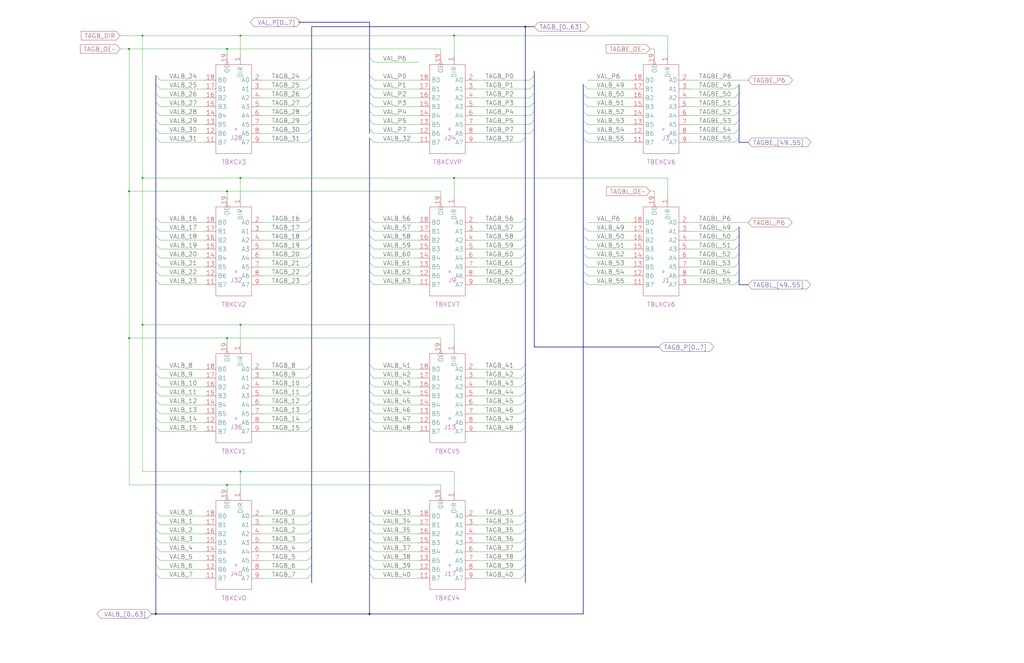
<source format=kicad_sch>
(kicad_sch (version 20220404) (generator eeschema)
  (paper "User" 584.2 378.46)
  (title_block (title "TAG B RAMS\\nTRANSCEIVERS") (date "08-MAR-90") (rev "0.0") (comment 1 "MEM32 BOARD") (comment 2 "232-003066") (comment 3 "S400") (comment 4 "RELEASED"))
  (lib_symbols
    (symbol "r1000:F245" (pin_names (offset 1.016))
      (property "Reference" "U" (at 2.54 5.08 0))
      (property "Value" "F245" (at -3.81 -7.62 0))
      (property "Location" "___" (at -1.27 0 0))
      (property "Name" "______" (at 3.81 -15.24 0))
      (symbol "F245_1_1"
        (rectangle (start -6.35 41.91) (end 13.97 -8.89))
        (circle (center 7.62 42.545) (radius 0.635))
        (pin input line (at 0 48.26 270) (length 6.35) (name "DIR") (number "1"))
        (pin bidirectional line (at 20.32 -2.54 180) (length 6.35) (name "B7") (number "11"))
        (pin bidirectional line (at 20.32 2.54 180) (length 6.35) (name "B6") (number "12"))
        (pin bidirectional line (at 20.32 7.62 180) (length 6.35) (name "B5") (number "13"))
        (pin bidirectional line (at 20.32 12.7 180) (length 6.35) (name "B4") (number "14"))
        (pin bidirectional line (at 20.32 17.78 180) (length 6.35) (name "B3") (number "15"))
        (pin bidirectional line (at 20.32 22.86 180) (length 6.35) (name "B2") (number "16"))
        (pin bidirectional line (at 20.32 27.94 180) (length 6.35) (name "B1") (number "17"))
        (pin bidirectional line (at 20.32 33.02 180) (length 6.35) (name "B0") (number "18"))
        (pin input line (at 7.62 48.26 270) (length 5.08) (name "OE") (number "19"))
        (pin bidirectional line (at -12.7 33.02 0) (length 6.35) (name "A0") (number "2"))
        (pin bidirectional line (at -12.7 27.94 0) (length 6.35) (name "A1") (number "3"))
        (pin bidirectional line (at -12.7 22.86 0) (length 6.35) (name "A2") (number "4"))
        (pin bidirectional line (at -12.7 17.78 0) (length 6.35) (name "A3") (number "5"))
        (pin bidirectional line (at -12.7 12.7 0) (length 6.35) (name "A4") (number "6"))
        (pin bidirectional line (at -12.7 7.62 0) (length 6.35) (name "A5") (number "7"))
        (pin bidirectional line (at -12.7 2.54 0) (length 6.35) (name "A6") (number "8"))
        (pin bidirectional line (at -12.7 -2.54 0) (length 6.35) (name "A7") (number "9"))
      )
    )
  )
  (junction (at 299.72 15.24))
  (junction (at 137.16 269.24))
  (junction (at 81.28 101.6))
  (junction (at 129.54 109.22))
  (junction (at 73.66 27.94))
  (junction (at 88.9 350.52))
  (junction (at 259.08 101.6))
  (junction (at 129.54 193.04))
  (junction (at 210.82 350.52))
  (junction (at 129.54 276.86))
  (junction (at 137.16 20.32))
  (junction (at 73.66 109.22))
  (junction (at 81.28 185.42))
  (junction (at 137.16 185.42))
  (junction (at 81.28 20.32))
  (junction (at 137.16 101.6))
  (junction (at 129.54 27.94))
  (junction (at 259.08 20.32))
  (junction (at 73.66 193.04))
  (bus_entry (at 299.72 144.78) (size -2.54 2.54))
  (bus_entry (at 177.8 327.66) (size -2.54 2.54))
  (bus_entry (at 88.9 58.42) (size 2.54 2.54))
  (bus_entry (at 421.64 139.7) (size -2.54 2.54))
  (bus_entry (at 177.8 208.28) (size -2.54 2.54))
  (bus_entry (at 299.72 208.28) (size -2.54 2.54))
  (bus_entry (at 210.82 233.68) (size 2.54 2.54))
  (bus_entry (at 210.82 154.94) (size 2.54 2.54))
  (bus_entry (at 177.8 48.26) (size -2.54 2.54))
  (bus_entry (at 88.9 154.94) (size 2.54 2.54))
  (bus_entry (at 88.9 292.1) (size 2.54 2.54))
  (bus_entry (at 177.8 78.74) (size -2.54 2.54))
  (bus_entry (at 88.9 302.26) (size 2.54 2.54))
  (bus_entry (at 177.8 154.94) (size -2.54 2.54))
  (bus_entry (at 421.64 53.34) (size -2.54 2.54))
  (bus_entry (at 210.82 223.52) (size 2.54 2.54))
  (bus_entry (at 88.9 68.58) (size 2.54 2.54))
  (bus_entry (at 421.64 160.02) (size -2.54 2.54))
  (bus_entry (at 177.8 233.68) (size -2.54 2.54))
  (bus_entry (at 88.9 243.84) (size 2.54 2.54))
  (bus_entry (at 304.8 53.34) (size -2.54 2.54))
  (bus_entry (at 332.74 78.74) (size 2.54 2.54))
  (bus_entry (at 88.9 134.62) (size 2.54 2.54))
  (bus_entry (at 210.82 302.26) (size 2.54 2.54))
  (bus_entry (at 177.8 129.54) (size -2.54 2.54))
  (bus_entry (at 210.82 134.62) (size 2.54 2.54))
  (bus_entry (at 177.8 218.44) (size -2.54 2.54))
  (bus_entry (at 299.72 154.94) (size -2.54 2.54))
  (bus_entry (at 88.9 78.74) (size 2.54 2.54))
  (bus_entry (at 177.8 213.36) (size -2.54 2.54))
  (bus_entry (at 210.82 63.5) (size 2.54 2.54))
  (bus_entry (at 332.74 68.58) (size 2.54 2.54))
  (bus_entry (at 299.72 134.62) (size -2.54 2.54))
  (bus_entry (at 177.8 144.78) (size -2.54 2.54))
  (bus_entry (at 177.8 317.5) (size -2.54 2.54))
  (bus_entry (at 210.82 129.54) (size 2.54 2.54))
  (bus_entry (at 88.9 327.66) (size 2.54 2.54))
  (bus_entry (at 421.64 73.66) (size -2.54 2.54))
  (bus_entry (at 210.82 124.46) (size 2.54 2.54))
  (bus_entry (at 332.74 139.7) (size 2.54 2.54))
  (bus_entry (at 332.74 63.5) (size 2.54 2.54))
  (bus_entry (at 177.8 134.62) (size -2.54 2.54))
  (bus_entry (at 88.9 48.26) (size 2.54 2.54))
  (bus_entry (at 210.82 243.84) (size 2.54 2.54))
  (bus_entry (at 304.8 63.5) (size -2.54 2.54))
  (bus_entry (at 210.82 144.78) (size 2.54 2.54))
  (bus_entry (at 332.74 58.42) (size 2.54 2.54))
  (bus_entry (at 332.74 73.66) (size 2.54 2.54))
  (bus_entry (at 88.9 144.78) (size 2.54 2.54))
  (bus_entry (at 421.64 129.54) (size -2.54 2.54))
  (bus_entry (at 299.72 327.66) (size -2.54 2.54))
  (bus_entry (at 88.9 53.34) (size 2.54 2.54))
  (bus_entry (at 332.74 48.26) (size 2.54 2.54))
  (bus_entry (at 210.82 307.34) (size 2.54 2.54))
  (bus_entry (at 332.74 149.86) (size 2.54 2.54))
  (bus_entry (at 421.64 154.94) (size -2.54 2.54))
  (bus_entry (at 332.74 134.62) (size 2.54 2.54))
  (bus_entry (at 88.9 63.5) (size 2.54 2.54))
  (bus_entry (at 210.82 160.02) (size 2.54 2.54))
  (bus_entry (at 421.64 48.26) (size -2.54 2.54))
  (bus_entry (at 299.72 307.34) (size -2.54 2.54))
  (bus_entry (at 210.82 213.36) (size 2.54 2.54))
  (bus_entry (at 421.64 63.5) (size -2.54 2.54))
  (bus_entry (at 177.8 149.86) (size -2.54 2.54))
  (bus_entry (at 210.82 33.02) (size 2.54 2.54))
  (bus_entry (at 332.74 160.02) (size 2.54 2.54))
  (bus_entry (at 210.82 149.86) (size 2.54 2.54))
  (bus_entry (at 88.9 312.42) (size 2.54 2.54))
  (bus_entry (at 299.72 243.84) (size -2.54 2.54))
  (bus_entry (at 299.72 228.6) (size -2.54 2.54))
  (bus_entry (at 332.74 154.94) (size 2.54 2.54))
  (bus_entry (at 210.82 228.6) (size 2.54 2.54))
  (bus_entry (at 210.82 208.28) (size 2.54 2.54))
  (bus_entry (at 299.72 160.02) (size -2.54 2.54))
  (bus_entry (at 210.82 68.58) (size 2.54 2.54))
  (bus_entry (at 88.9 218.44) (size 2.54 2.54))
  (bus_entry (at 332.74 129.54) (size 2.54 2.54))
  (bus_entry (at 177.8 53.34) (size -2.54 2.54))
  (bus_entry (at 210.82 43.18) (size 2.54 2.54))
  (bus_entry (at 177.8 312.42) (size -2.54 2.54))
  (bus_entry (at 304.8 43.18) (size -2.54 2.54))
  (bus_entry (at 421.64 78.74) (size -2.54 2.54))
  (bus_entry (at 299.72 297.18) (size -2.54 2.54))
  (bus_entry (at 88.9 73.66) (size 2.54 2.54))
  (bus_entry (at 177.8 228.6) (size -2.54 2.54))
  (bus_entry (at 177.8 58.42) (size -2.54 2.54))
  (bus_entry (at 421.64 68.58) (size -2.54 2.54))
  (bus_entry (at 177.8 139.7) (size -2.54 2.54))
  (bus_entry (at 88.9 43.18) (size 2.54 2.54))
  (bus_entry (at 88.9 322.58) (size 2.54 2.54))
  (bus_entry (at 177.8 297.18) (size -2.54 2.54))
  (bus_entry (at 177.8 302.26) (size -2.54 2.54))
  (bus_entry (at 88.9 149.86) (size 2.54 2.54))
  (bus_entry (at 177.8 238.76) (size -2.54 2.54))
  (bus_entry (at 210.82 297.18) (size 2.54 2.54))
  (bus_entry (at 210.82 218.44) (size 2.54 2.54))
  (bus_entry (at 299.72 139.7) (size -2.54 2.54))
  (bus_entry (at 88.9 223.52) (size 2.54 2.54))
  (bus_entry (at 304.8 58.42) (size -2.54 2.54))
  (bus_entry (at 299.72 124.46) (size -2.54 2.54))
  (bus_entry (at 88.9 238.76) (size 2.54 2.54))
  (bus_entry (at 304.8 73.66) (size -2.54 2.54))
  (bus_entry (at 177.8 68.58) (size -2.54 2.54))
  (bus_entry (at 88.9 297.18) (size 2.54 2.54))
  (bus_entry (at 299.72 322.58) (size -2.54 2.54))
  (bus_entry (at 177.8 307.34) (size -2.54 2.54))
  (bus_entry (at 210.82 48.26) (size 2.54 2.54))
  (bus_entry (at 210.82 317.5) (size 2.54 2.54))
  (bus_entry (at 210.82 139.7) (size 2.54 2.54))
  (bus_entry (at 299.72 149.86) (size -2.54 2.54))
  (bus_entry (at 177.8 292.1) (size -2.54 2.54))
  (bus_entry (at 210.82 322.58) (size 2.54 2.54))
  (bus_entry (at 299.72 233.68) (size -2.54 2.54))
  (bus_entry (at 299.72 302.26) (size -2.54 2.54))
  (bus_entry (at 88.9 317.5) (size 2.54 2.54))
  (bus_entry (at 299.72 213.36) (size -2.54 2.54))
  (bus_entry (at 299.72 292.1) (size -2.54 2.54))
  (bus_entry (at 210.82 312.42) (size 2.54 2.54))
  (bus_entry (at 421.64 144.78) (size -2.54 2.54))
  (bus_entry (at 299.72 78.74) (size -2.54 2.54))
  (bus_entry (at 299.72 312.42) (size -2.54 2.54))
  (bus_entry (at 88.9 208.28) (size 2.54 2.54))
  (bus_entry (at 177.8 322.58) (size -2.54 2.54))
  (bus_entry (at 421.64 134.62) (size -2.54 2.54))
  (bus_entry (at 88.9 233.68) (size 2.54 2.54))
  (bus_entry (at 210.82 78.74) (size 2.54 2.54))
  (bus_entry (at 88.9 213.36) (size 2.54 2.54))
  (bus_entry (at 299.72 218.44) (size -2.54 2.54))
  (bus_entry (at 88.9 129.54) (size 2.54 2.54))
  (bus_entry (at 177.8 223.52) (size -2.54 2.54))
  (bus_entry (at 88.9 124.46) (size 2.54 2.54))
  (bus_entry (at 210.82 327.66) (size 2.54 2.54))
  (bus_entry (at 299.72 238.76) (size -2.54 2.54))
  (bus_entry (at 210.82 53.34) (size 2.54 2.54))
  (bus_entry (at 88.9 160.02) (size 2.54 2.54))
  (bus_entry (at 177.8 243.84) (size -2.54 2.54))
  (bus_entry (at 299.72 317.5) (size -2.54 2.54))
  (bus_entry (at 210.82 58.42) (size 2.54 2.54))
  (bus_entry (at 177.8 63.5) (size -2.54 2.54))
  (bus_entry (at 177.8 124.46) (size -2.54 2.54))
  (bus_entry (at 88.9 139.7) (size 2.54 2.54))
  (bus_entry (at 332.74 144.78) (size 2.54 2.54))
  (bus_entry (at 88.9 307.34) (size 2.54 2.54))
  (bus_entry (at 177.8 160.02) (size -2.54 2.54))
  (bus_entry (at 421.64 149.86) (size -2.54 2.54))
  (bus_entry (at 421.64 58.42) (size -2.54 2.54))
  (bus_entry (at 88.9 228.6) (size 2.54 2.54))
  (bus_entry (at 304.8 48.26) (size -2.54 2.54))
  (bus_entry (at 177.8 73.66) (size -2.54 2.54))
  (bus_entry (at 299.72 129.54) (size -2.54 2.54))
  (bus_entry (at 332.74 53.34) (size 2.54 2.54))
  (bus_entry (at 210.82 238.76) (size 2.54 2.54))
  (bus_entry (at 210.82 292.1) (size 2.54 2.54))
  (bus_entry (at 304.8 68.58) (size -2.54 2.54))
  (bus_entry (at 177.8 43.18) (size -2.54 2.54))
  (bus_entry (at 210.82 73.66) (size 2.54 2.54))
  (bus_entry (at 299.72 223.52) (size -2.54 2.54))
  (bus (pts (xy 177.8 228.6) (xy 177.8 233.68)))
  (wire (pts (xy 335.28 157.48) (xy 360.68 157.48)))
  (wire (pts (xy 370.84 27.94) (xy 373.38 27.94)))
  (wire (pts (xy 213.36 294.64) (xy 238.76 294.64)))
  (bus (pts (xy 88.9 213.36) (xy 88.9 218.44)))
  (bus (pts (xy 177.8 58.42) (xy 177.8 63.5)))
  (bus (pts (xy 177.8 327.66) (xy 177.8 332.74)))
  (wire (pts (xy 149.86 142.24) (xy 175.26 142.24)))
  (wire (pts (xy 335.28 60.96) (xy 360.68 60.96)))
  (bus (pts (xy 304.8 63.5) (xy 304.8 68.58)))
  (wire (pts (xy 91.44 50.8) (xy 116.84 50.8)))
  (bus (pts (xy 421.64 48.26) (xy 421.64 53.34)))
  (wire (pts (xy 213.36 60.96) (xy 238.76 60.96)))
  (bus (pts (xy 421.64 68.58) (xy 421.64 73.66)))
  (wire (pts (xy 149.86 45.72) (xy 175.26 45.72)))
  (wire (pts (xy 213.36 226.06) (xy 238.76 226.06)))
  (bus (pts (xy 210.82 58.42) (xy 210.82 63.5)))
  (wire (pts (xy 137.16 101.6) (xy 137.16 111.76)))
  (bus (pts (xy 210.82 154.94) (xy 210.82 160.02)))
  (bus (pts (xy 88.9 317.5) (xy 88.9 322.58)))
  (bus (pts (xy 88.9 58.42) (xy 88.9 63.5)))
  (bus (pts (xy 210.82 238.76) (xy 210.82 243.84)))
  (wire (pts (xy 81.28 185.42) (xy 137.16 185.42)))
  (wire (pts (xy 271.78 246.38) (xy 297.18 246.38)))
  (wire (pts (xy 91.44 55.88) (xy 116.84 55.88)))
  (bus (pts (xy 177.8 15.24) (xy 177.8 43.18)))
  (bus (pts (xy 177.8 129.54) (xy 177.8 134.62)))
  (wire (pts (xy 335.28 137.16) (xy 360.68 137.16)))
  (wire (pts (xy 370.84 109.22) (xy 373.38 109.22)))
  (bus (pts (xy 304.8 198.12) (xy 375.92 198.12)))
  (wire (pts (xy 271.78 55.88) (xy 302.26 55.88)))
  (wire (pts (xy 271.78 320.04) (xy 297.18 320.04)))
  (wire (pts (xy 271.78 314.96) (xy 297.18 314.96)))
  (wire (pts (xy 149.86 215.9) (xy 175.26 215.9)))
  (bus (pts (xy 210.82 233.68) (xy 210.82 238.76)))
  (bus (pts (xy 210.82 63.5) (xy 210.82 68.58)))
  (wire (pts (xy 393.7 81.28) (xy 419.1 81.28)))
  (wire (pts (xy 129.54 27.94) (xy 251.46 27.94)))
  (wire (pts (xy 129.54 193.04) (xy 251.46 193.04)))
  (wire (pts (xy 271.78 60.96) (xy 302.26 60.96)))
  (wire (pts (xy 271.78 50.8) (xy 302.26 50.8)))
  (wire (pts (xy 91.44 66.04) (xy 116.84 66.04)))
  (wire (pts (xy 259.08 20.32) (xy 259.08 30.48)))
  (wire (pts (xy 149.86 162.56) (xy 175.26 162.56)))
  (wire (pts (xy 129.54 109.22) (xy 129.54 111.76)))
  (wire (pts (xy 91.44 71.12) (xy 116.84 71.12)))
  (wire (pts (xy 393.7 142.24) (xy 419.1 142.24)))
  (wire (pts (xy 91.44 294.64) (xy 116.84 294.64)))
  (bus (pts (xy 88.9 48.26) (xy 88.9 53.34)))
  (bus (pts (xy 332.74 139.7) (xy 332.74 144.78)))
  (bus (pts (xy 210.82 68.58) (xy 210.82 73.66)))
  (wire (pts (xy 129.54 27.94) (xy 129.54 30.48)))
  (wire (pts (xy 271.78 127) (xy 297.18 127)))
  (bus (pts (xy 177.8 139.7) (xy 177.8 144.78)))
  (wire (pts (xy 393.7 55.88) (xy 419.1 55.88)))
  (wire (pts (xy 393.7 147.32) (xy 419.1 147.32)))
  (wire (pts (xy 137.16 269.24) (xy 259.08 269.24)))
  (bus (pts (xy 177.8 213.36) (xy 177.8 218.44)))
  (bus (pts (xy 210.82 223.52) (xy 210.82 228.6)))
  (wire (pts (xy 73.66 109.22) (xy 73.66 27.94)))
  (wire (pts (xy 91.44 147.32) (xy 116.84 147.32)))
  (bus (pts (xy 177.8 53.34) (xy 177.8 58.42)))
  (wire (pts (xy 213.36 304.8) (xy 238.76 304.8)))
  (wire (pts (xy 393.7 71.12) (xy 419.1 71.12)))
  (bus (pts (xy 88.9 243.84) (xy 88.9 292.1)))
  (wire (pts (xy 149.86 60.96) (xy 175.26 60.96)))
  (wire (pts (xy 149.86 71.12) (xy 175.26 71.12)))
  (wire (pts (xy 251.46 193.04) (xy 251.46 195.58)))
  (wire (pts (xy 393.7 45.72) (xy 426.72 45.72)))
  (wire (pts (xy 213.36 231.14) (xy 238.76 231.14)))
  (bus (pts (xy 210.82 12.7) (xy 210.82 33.02)))
  (bus (pts (xy 299.72 15.24) (xy 299.72 78.74)))
  (bus (pts (xy 332.74 160.02) (xy 332.74 350.52)))
  (bus (pts (xy 304.8 53.34) (xy 304.8 58.42)))
  (bus (pts (xy 210.82 307.34) (xy 210.82 312.42)))
  (wire (pts (xy 91.44 241.3) (xy 116.84 241.3)))
  (bus (pts (xy 210.82 208.28) (xy 210.82 213.36)))
  (wire (pts (xy 149.86 246.38) (xy 175.26 246.38)))
  (bus (pts (xy 332.74 58.42) (xy 332.74 63.5)))
  (bus (pts (xy 88.9 149.86) (xy 88.9 154.94)))
  (bus (pts (xy 177.8 144.78) (xy 177.8 149.86)))
  (bus (pts (xy 421.64 63.5) (xy 421.64 68.58)))
  (wire (pts (xy 271.78 162.56) (xy 297.18 162.56)))
  (bus (pts (xy 304.8 43.18) (xy 304.8 48.26)))
  (bus (pts (xy 177.8 302.26) (xy 177.8 307.34)))
  (wire (pts (xy 149.86 127) (xy 175.26 127)))
  (bus (pts (xy 304.8 40.64) (xy 304.8 43.18)))
  (bus (pts (xy 88.9 73.66) (xy 88.9 78.74)))
  (wire (pts (xy 137.16 20.32) (xy 137.16 30.48)))
  (bus (pts (xy 88.9 63.5) (xy 88.9 68.58)))
  (wire (pts (xy 149.86 320.04) (xy 175.26 320.04)))
  (wire (pts (xy 91.44 215.9) (xy 116.84 215.9)))
  (bus (pts (xy 210.82 53.34) (xy 210.82 58.42)))
  (wire (pts (xy 137.16 185.42) (xy 259.08 185.42)))
  (bus (pts (xy 177.8 223.52) (xy 177.8 228.6)))
  (bus (pts (xy 421.64 149.86) (xy 421.64 154.94)))
  (bus (pts (xy 88.9 208.28) (xy 88.9 213.36)))
  (wire (pts (xy 73.66 193.04) (xy 129.54 193.04)))
  (wire (pts (xy 271.78 309.88) (xy 297.18 309.88)))
  (bus (pts (xy 421.64 144.78) (xy 421.64 149.86)))
  (wire (pts (xy 91.44 45.72) (xy 116.84 45.72)))
  (wire (pts (xy 335.28 142.24) (xy 360.68 142.24)))
  (wire (pts (xy 213.36 127) (xy 238.76 127)))
  (bus (pts (xy 299.72 160.02) (xy 299.72 208.28)))
  (wire (pts (xy 149.86 137.16) (xy 175.26 137.16)))
  (wire (pts (xy 149.86 309.88) (xy 175.26 309.88)))
  (bus (pts (xy 210.82 292.1) (xy 210.82 297.18)))
  (wire (pts (xy 137.16 101.6) (xy 81.28 101.6)))
  (wire (pts (xy 213.36 320.04) (xy 238.76 320.04)))
  (wire (pts (xy 91.44 60.96) (xy 116.84 60.96)))
  (bus (pts (xy 177.8 317.5) (xy 177.8 322.58)))
  (wire (pts (xy 213.36 45.72) (xy 238.76 45.72)))
  (bus (pts (xy 421.64 129.54) (xy 421.64 134.62)))
  (bus (pts (xy 299.72 322.58) (xy 299.72 327.66)))
  (wire (pts (xy 213.36 81.28) (xy 238.76 81.28)))
  (wire (pts (xy 393.7 66.04) (xy 419.1 66.04)))
  (bus (pts (xy 210.82 322.58) (xy 210.82 327.66)))
  (bus (pts (xy 421.64 58.42) (xy 421.64 63.5)))
  (wire (pts (xy 271.78 142.24) (xy 297.18 142.24)))
  (bus (pts (xy 332.74 78.74) (xy 332.74 129.54)))
  (wire (pts (xy 213.36 236.22) (xy 238.76 236.22)))
  (bus (pts (xy 299.72 218.44) (xy 299.72 223.52)))
  (wire (pts (xy 251.46 109.22) (xy 251.46 111.76)))
  (bus (pts (xy 299.72 243.84) (xy 299.72 292.1)))
  (bus (pts (xy 88.9 144.78) (xy 88.9 149.86)))
  (wire (pts (xy 271.78 132.08) (xy 297.18 132.08)))
  (bus (pts (xy 88.9 297.18) (xy 88.9 302.26)))
  (wire (pts (xy 91.44 246.38) (xy 116.84 246.38)))
  (wire (pts (xy 213.36 152.4) (xy 238.76 152.4)))
  (bus (pts (xy 299.72 327.66) (xy 299.72 332.74)))
  (bus (pts (xy 421.64 162.56) (xy 426.72 162.56)))
  (bus (pts (xy 88.9 302.26) (xy 88.9 307.34)))
  (bus (pts (xy 210.82 327.66) (xy 210.82 350.52)))
  (bus (pts (xy 332.74 154.94) (xy 332.74 160.02)))
  (bus (pts (xy 299.72 292.1) (xy 299.72 297.18)))
  (bus (pts (xy 421.64 154.94) (xy 421.64 160.02)))
  (bus (pts (xy 177.8 154.94) (xy 177.8 160.02)))
  (wire (pts (xy 335.28 45.72) (xy 360.68 45.72)))
  (wire (pts (xy 91.44 210.82) (xy 116.84 210.82)))
  (wire (pts (xy 129.54 109.22) (xy 251.46 109.22)))
  (wire (pts (xy 393.7 157.48) (xy 419.1 157.48)))
  (wire (pts (xy 91.44 157.48) (xy 116.84 157.48)))
  (wire (pts (xy 149.86 81.28) (xy 175.26 81.28)))
  (bus (pts (xy 88.9 78.74) (xy 88.9 124.46)))
  (bus (pts (xy 299.72 317.5) (xy 299.72 322.58)))
  (wire (pts (xy 393.7 137.16) (xy 419.1 137.16)))
  (wire (pts (xy 91.44 226.06) (xy 116.84 226.06)))
  (bus (pts (xy 88.9 53.34) (xy 88.9 58.42)))
  (wire (pts (xy 149.86 210.82) (xy 175.26 210.82)))
  (wire (pts (xy 259.08 185.42) (xy 259.08 195.58)))
  (wire (pts (xy 213.36 137.16) (xy 238.76 137.16)))
  (bus (pts (xy 421.64 78.74) (xy 421.64 81.28)))
  (wire (pts (xy 271.78 294.64) (xy 297.18 294.64)))
  (bus (pts (xy 88.9 327.66) (xy 88.9 350.52)))
  (bus (pts (xy 299.72 228.6) (xy 299.72 233.68)))
  (bus (pts (xy 88.9 43.18) (xy 88.9 48.26)))
  (bus (pts (xy 210.82 218.44) (xy 210.82 223.52)))
  (bus (pts (xy 210.82 312.42) (xy 210.82 317.5)))
  (wire (pts (xy 149.86 236.22) (xy 175.26 236.22)))
  (wire (pts (xy 91.44 309.88) (xy 116.84 309.88)))
  (wire (pts (xy 149.86 226.06) (xy 175.26 226.06)))
  (wire (pts (xy 213.36 35.56) (xy 238.76 35.56)))
  (wire (pts (xy 149.86 147.32) (xy 175.26 147.32)))
  (wire (pts (xy 149.86 220.98) (xy 175.26 220.98)))
  (wire (pts (xy 259.08 20.32) (xy 381 20.32)))
  (wire (pts (xy 271.78 299.72) (xy 297.18 299.72)))
  (bus (pts (xy 332.74 134.62) (xy 332.74 139.7)))
  (wire (pts (xy 213.36 309.88) (xy 238.76 309.88)))
  (wire (pts (xy 213.36 314.96) (xy 238.76 314.96)))
  (bus (pts (xy 299.72 223.52) (xy 299.72 228.6)))
  (bus (pts (xy 210.82 228.6) (xy 210.82 233.68)))
  (wire (pts (xy 335.28 127) (xy 360.68 127)))
  (wire (pts (xy 73.66 193.04) (xy 73.66 109.22)))
  (wire (pts (xy 271.78 215.9) (xy 297.18 215.9)))
  (wire (pts (xy 213.36 132.08) (xy 238.76 132.08)))
  (wire (pts (xy 68.58 27.94) (xy 73.66 27.94)))
  (bus (pts (xy 299.72 149.86) (xy 299.72 154.94)))
  (bus (pts (xy 210.82 139.7) (xy 210.82 144.78)))
  (bus (pts (xy 177.8 218.44) (xy 177.8 223.52)))
  (wire (pts (xy 271.78 325.12) (xy 297.18 325.12)))
  (bus (pts (xy 210.82 297.18) (xy 210.82 302.26)))
  (wire (pts (xy 335.28 81.28) (xy 360.68 81.28)))
  (bus (pts (xy 177.8 307.34) (xy 177.8 312.42)))
  (wire (pts (xy 91.44 220.98) (xy 116.84 220.98)))
  (wire (pts (xy 81.28 101.6) (xy 81.28 185.42)))
  (wire (pts (xy 393.7 132.08) (xy 419.1 132.08)))
  (wire (pts (xy 149.86 231.14) (xy 175.26 231.14)))
  (wire (pts (xy 213.36 50.8) (xy 238.76 50.8)))
  (bus (pts (xy 332.74 129.54) (xy 332.74 134.62)))
  (wire (pts (xy 91.44 137.16) (xy 116.84 137.16)))
  (bus (pts (xy 299.72 233.68) (xy 299.72 238.76)))
  (wire (pts (xy 91.44 325.12) (xy 116.84 325.12)))
  (bus (pts (xy 421.64 160.02) (xy 421.64 162.56)))
  (bus (pts (xy 177.8 208.28) (xy 177.8 213.36)))
  (bus (pts (xy 421.64 73.66) (xy 421.64 78.74)))
  (bus (pts (xy 332.74 48.26) (xy 332.74 53.34)))
  (bus (pts (xy 88.9 223.52) (xy 88.9 228.6)))
  (wire (pts (xy 91.44 330.2) (xy 116.84 330.2)))
  (wire (pts (xy 335.28 50.8) (xy 360.68 50.8)))
  (wire (pts (xy 213.36 330.2) (xy 238.76 330.2)))
  (wire (pts (xy 381 20.32) (xy 381 30.48)))
  (wire (pts (xy 373.38 109.22) (xy 373.38 111.76)))
  (bus (pts (xy 88.9 312.42) (xy 88.9 317.5)))
  (wire (pts (xy 393.7 60.96) (xy 419.1 60.96)))
  (bus (pts (xy 177.8 292.1) (xy 177.8 297.18)))
  (wire (pts (xy 381 101.6) (xy 381 111.76)))
  (wire (pts (xy 251.46 276.86) (xy 129.54 276.86)))
  (wire (pts (xy 393.7 76.2) (xy 419.1 76.2)))
  (wire (pts (xy 91.44 231.14) (xy 116.84 231.14)))
  (wire (pts (xy 251.46 27.94) (xy 251.46 30.48)))
  (wire (pts (xy 271.78 66.04) (xy 302.26 66.04)))
  (bus (pts (xy 210.82 33.02) (xy 210.82 43.18)))
  (bus (pts (xy 177.8 63.5) (xy 177.8 68.58)))
  (wire (pts (xy 91.44 127) (xy 116.84 127)))
  (wire (pts (xy 149.86 241.3) (xy 175.26 241.3)))
  (bus (pts (xy 177.8 15.24) (xy 299.72 15.24)))
  (wire (pts (xy 335.28 152.4) (xy 360.68 152.4)))
  (wire (pts (xy 271.78 137.16) (xy 297.18 137.16)))
  (bus (pts (xy 299.72 154.94) (xy 299.72 160.02)))
  (bus (pts (xy 299.72 312.42) (xy 299.72 317.5)))
  (wire (pts (xy 271.78 157.48) (xy 297.18 157.48)))
  (wire (pts (xy 335.28 132.08) (xy 360.68 132.08)))
  (bus (pts (xy 210.82 124.46) (xy 210.82 129.54)))
  (bus (pts (xy 86.36 350.52) (xy 88.9 350.52)))
  (bus (pts (xy 304.8 58.42) (xy 304.8 63.5)))
  (bus (pts (xy 332.74 53.34) (xy 332.74 58.42)))
  (bus (pts (xy 177.8 243.84) (xy 177.8 292.1)))
  (wire (pts (xy 271.78 81.28) (xy 297.18 81.28)))
  (bus (pts (xy 304.8 48.26) (xy 304.8 53.34)))
  (wire (pts (xy 91.44 236.22) (xy 116.84 236.22)))
  (bus (pts (xy 210.82 134.62) (xy 210.82 139.7)))
  (wire (pts (xy 373.38 27.94) (xy 373.38 30.48)))
  (bus (pts (xy 88.9 307.34) (xy 88.9 312.42)))
  (bus (pts (xy 299.72 302.26) (xy 299.72 307.34)))
  (wire (pts (xy 213.36 142.24) (xy 238.76 142.24)))
  (bus (pts (xy 88.9 160.02) (xy 88.9 208.28)))
  (wire (pts (xy 271.78 241.3) (xy 297.18 241.3)))
  (bus (pts (xy 177.8 73.66) (xy 177.8 78.74)))
  (bus (pts (xy 332.74 149.86) (xy 332.74 154.94)))
  (wire (pts (xy 137.16 20.32) (xy 81.28 20.32)))
  (wire (pts (xy 129.54 276.86) (xy 129.54 279.4)))
  (wire (pts (xy 149.86 299.72) (xy 175.26 299.72)))
  (wire (pts (xy 251.46 276.86) (xy 251.46 279.4)))
  (wire (pts (xy 91.44 142.24) (xy 116.84 142.24)))
  (bus (pts (xy 177.8 134.62) (xy 177.8 139.7)))
  (wire (pts (xy 137.16 269.24) (xy 137.16 279.4)))
  (bus (pts (xy 210.82 78.74) (xy 210.82 124.46)))
  (bus (pts (xy 332.74 63.5) (xy 332.74 68.58)))
  (bus (pts (xy 88.9 233.68) (xy 88.9 238.76)))
  (bus (pts (xy 88.9 322.58) (xy 88.9 327.66)))
  (wire (pts (xy 335.28 162.56) (xy 360.68 162.56)))
  (wire (pts (xy 149.86 66.04) (xy 175.26 66.04)))
  (wire (pts (xy 149.86 152.4) (xy 175.26 152.4)))
  (wire (pts (xy 213.36 299.72) (xy 238.76 299.72)))
  (bus (pts (xy 88.9 292.1) (xy 88.9 297.18)))
  (bus (pts (xy 177.8 238.76) (xy 177.8 243.84)))
  (bus (pts (xy 177.8 160.02) (xy 177.8 208.28)))
  (wire (pts (xy 213.36 246.38) (xy 238.76 246.38)))
  (bus (pts (xy 210.82 243.84) (xy 210.82 292.1)))
  (wire (pts (xy 149.86 294.64) (xy 175.26 294.64)))
  (bus (pts (xy 421.64 81.28) (xy 426.72 81.28)))
  (wire (pts (xy 91.44 304.8) (xy 116.84 304.8)))
  (bus (pts (xy 88.9 228.6) (xy 88.9 233.68)))
  (wire (pts (xy 137.16 185.42) (xy 137.16 195.58)))
  (bus (pts (xy 88.9 238.76) (xy 88.9 243.84)))
  (wire (pts (xy 73.66 109.22) (xy 129.54 109.22)))
  (wire (pts (xy 91.44 314.96) (xy 116.84 314.96)))
  (wire (pts (xy 271.78 152.4) (xy 297.18 152.4)))
  (wire (pts (xy 91.44 132.08) (xy 116.84 132.08)))
  (wire (pts (xy 213.36 55.88) (xy 238.76 55.88)))
  (wire (pts (xy 213.36 325.12) (xy 238.76 325.12)))
  (bus (pts (xy 299.72 139.7) (xy 299.72 144.78)))
  (bus (pts (xy 299.72 307.34) (xy 299.72 312.42)))
  (wire (pts (xy 68.58 20.32) (xy 81.28 20.32)))
  (bus (pts (xy 88.9 154.94) (xy 88.9 160.02)))
  (wire (pts (xy 91.44 320.04) (xy 116.84 320.04)))
  (wire (pts (xy 213.36 71.12) (xy 238.76 71.12)))
  (bus (pts (xy 210.82 43.18) (xy 210.82 48.26)))
  (bus (pts (xy 332.74 350.52) (xy 210.82 350.52)))
  (wire (pts (xy 91.44 162.56) (xy 116.84 162.56)))
  (wire (pts (xy 213.36 241.3) (xy 238.76 241.3)))
  (wire (pts (xy 271.78 71.12) (xy 302.26 71.12)))
  (bus (pts (xy 299.72 144.78) (xy 299.72 149.86)))
  (bus (pts (xy 177.8 297.18) (xy 177.8 302.26)))
  (wire (pts (xy 81.28 185.42) (xy 81.28 269.24)))
  (wire (pts (xy 91.44 81.28) (xy 116.84 81.28)))
  (bus (pts (xy 299.72 124.46) (xy 299.72 129.54)))
  (wire (pts (xy 213.36 220.98) (xy 238.76 220.98)))
  (bus (pts (xy 332.74 68.58) (xy 332.74 73.66)))
  (bus (pts (xy 177.8 233.68) (xy 177.8 238.76)))
  (bus (pts (xy 299.72 15.24) (xy 304.8 15.24)))
  (bus (pts (xy 421.64 139.7) (xy 421.64 144.78)))
  (wire (pts (xy 213.36 147.32) (xy 238.76 147.32)))
  (bus (pts (xy 304.8 68.58) (xy 304.8 73.66)))
  (wire (pts (xy 259.08 101.6) (xy 259.08 111.76)))
  (bus (pts (xy 299.72 213.36) (xy 299.72 218.44)))
  (wire (pts (xy 73.66 27.94) (xy 129.54 27.94)))
  (wire (pts (xy 271.78 330.2) (xy 297.18 330.2)))
  (wire (pts (xy 393.7 162.56) (xy 419.1 162.56)))
  (wire (pts (xy 259.08 101.6) (xy 137.16 101.6)))
  (bus (pts (xy 177.8 124.46) (xy 177.8 129.54)))
  (wire (pts (xy 149.86 50.8) (xy 175.26 50.8)))
  (wire (pts (xy 271.78 147.32) (xy 297.18 147.32)))
  (wire (pts (xy 213.36 162.56) (xy 238.76 162.56)))
  (wire (pts (xy 149.86 325.12) (xy 175.26 325.12)))
  (bus (pts (xy 299.72 208.28) (xy 299.72 213.36)))
  (wire (pts (xy 81.28 20.32) (xy 81.28 101.6)))
  (wire (pts (xy 149.86 330.2) (xy 175.26 330.2)))
  (bus (pts (xy 299.72 297.18) (xy 299.72 302.26)))
  (bus (pts (xy 177.8 78.74) (xy 177.8 124.46)))
  (bus (pts (xy 177.8 149.86) (xy 177.8 154.94)))
  (bus (pts (xy 88.9 129.54) (xy 88.9 134.62)))
  (bus (pts (xy 177.8 312.42) (xy 177.8 317.5)))
  (wire (pts (xy 259.08 20.32) (xy 137.16 20.32)))
  (bus (pts (xy 88.9 139.7) (xy 88.9 144.78)))
  (bus (pts (xy 210.82 160.02) (xy 210.82 208.28)))
  (bus (pts (xy 88.9 134.62) (xy 88.9 139.7)))
  (wire (pts (xy 149.86 314.96) (xy 175.26 314.96)))
  (bus (pts (xy 421.64 134.62) (xy 421.64 139.7)))
  (wire (pts (xy 271.78 236.22) (xy 297.18 236.22)))
  (wire (pts (xy 393.7 50.8) (xy 419.1 50.8)))
  (bus (pts (xy 299.72 129.54) (xy 299.72 134.62)))
  (wire (pts (xy 91.44 76.2) (xy 116.84 76.2)))
  (bus (pts (xy 210.82 73.66) (xy 210.82 76.2)))
  (bus (pts (xy 88.9 124.46) (xy 88.9 129.54)))
  (bus (pts (xy 299.72 238.76) (xy 299.72 243.84)))
  (wire (pts (xy 149.86 157.48) (xy 175.26 157.48)))
  (bus (pts (xy 210.82 213.36) (xy 210.82 218.44)))
  (wire (pts (xy 81.28 269.24) (xy 137.16 269.24)))
  (bus (pts (xy 210.82 48.26) (xy 210.82 53.34)))
  (wire (pts (xy 213.36 210.82) (xy 238.76 210.82)))
  (bus (pts (xy 210.82 302.26) (xy 210.82 307.34)))
  (wire (pts (xy 393.7 127) (xy 426.72 127)))
  (wire (pts (xy 335.28 66.04) (xy 360.68 66.04)))
  (bus (pts (xy 299.72 134.62) (xy 299.72 139.7)))
  (wire (pts (xy 335.28 147.32) (xy 360.68 147.32)))
  (wire (pts (xy 91.44 152.4) (xy 116.84 152.4)))
  (bus (pts (xy 88.9 350.52) (xy 210.82 350.52)))
  (wire (pts (xy 129.54 193.04) (xy 129.54 195.58)))
  (wire (pts (xy 91.44 299.72) (xy 116.84 299.72)))
  (bus (pts (xy 88.9 218.44) (xy 88.9 223.52)))
  (wire (pts (xy 271.78 76.2) (xy 302.26 76.2)))
  (bus (pts (xy 170.18 12.7) (xy 210.82 12.7)))
  (wire (pts (xy 271.78 220.98) (xy 297.18 220.98)))
  (bus (pts (xy 177.8 48.26) (xy 177.8 53.34)))
  (bus (pts (xy 421.64 53.34) (xy 421.64 58.42)))
  (bus (pts (xy 210.82 144.78) (xy 210.82 149.86)))
  (bus (pts (xy 299.72 78.74) (xy 299.72 124.46)))
  (bus (pts (xy 304.8 73.66) (xy 304.8 198.12)))
  (bus (pts (xy 210.82 149.86) (xy 210.82 154.94)))
  (wire (pts (xy 271.78 304.8) (xy 297.18 304.8)))
  (bus (pts (xy 210.82 317.5) (xy 210.82 322.58)))
  (wire (pts (xy 271.78 210.82) (xy 297.18 210.82)))
  (wire (pts (xy 213.36 157.48) (xy 238.76 157.48)))
  (bus (pts (xy 177.8 68.58) (xy 177.8 73.66)))
  (bus (pts (xy 210.82 129.54) (xy 210.82 134.62)))
  (wire (pts (xy 393.7 152.4) (xy 419.1 152.4)))
  (wire (pts (xy 381 101.6) (xy 259.08 101.6)))
  (bus (pts (xy 332.74 144.78) (xy 332.74 149.86)))
  (wire (pts (xy 271.78 231.14) (xy 297.18 231.14)))
  (wire (pts (xy 335.28 55.88) (xy 360.68 55.88)))
  (wire (pts (xy 149.86 132.08) (xy 175.26 132.08)))
  (wire (pts (xy 335.28 76.2) (xy 360.68 76.2)))
  (wire (pts (xy 271.78 45.72) (xy 302.26 45.72)))
  (wire (pts (xy 213.36 215.9) (xy 238.76 215.9)))
  (wire (pts (xy 149.86 55.88) (xy 175.26 55.88)))
  (wire (pts (xy 259.08 269.24) (xy 259.08 279.4)))
  (wire (pts (xy 73.66 276.86) (xy 73.66 193.04)))
  (bus (pts (xy 332.74 73.66) (xy 332.74 78.74)))
  (wire (pts (xy 149.86 76.2) (xy 175.26 76.2)))
  (wire (pts (xy 271.78 226.06) (xy 297.18 226.06)))
  (wire (pts (xy 335.28 71.12) (xy 360.68 71.12)))
  (bus (pts (xy 177.8 322.58) (xy 177.8 327.66)))
  (wire (pts (xy 149.86 304.8) (xy 175.26 304.8)))
  (bus (pts (xy 88.9 68.58) (xy 88.9 73.66)))
  (wire (pts (xy 213.36 76.2) (xy 238.76 76.2)))
  (bus (pts (xy 177.8 43.18) (xy 177.8 48.26)))
  (wire (pts (xy 129.54 276.86) (xy 73.66 276.86)))
  (wire (pts (xy 213.36 66.04) (xy 238.76 66.04)))
  (label "VALB_31" (at 96.52 81.28 0) (effects (font (size 2.54 2.54))))
  (label "TAGB_22" (at 154.94 157.48 0) (effects (font (size 2.54 2.54))))
  (label "VALB_27" (at 96.52 60.96 0) (effects (font (size 2.54 2.54))))
  (label "VAL_P1" (at 218.44 50.8 0) (effects (font (size 2.54 2.54))))
  (label "VALB_17" (at 96.52 132.08 0) (effects (font (size 2.54 2.54))))
  (label "VALB_60" (at 218.44 147.32 0) (effects (font (size 2.54 2.54))))
  (label "TAGB_P5" (at 276.86 71.12 0) (effects (font (size 2.54 2.54))))
  (label "VALB_48" (at 218.44 246.38 0) (effects (font (size 2.54 2.54))))
  (label "VALB_42" (at 218.44 215.9 0) (effects (font (size 2.54 2.54))))
  (label "VALB_15" (at 96.52 246.38 0) (effects (font (size 2.54 2.54))))
  (label "TAGB_45" (at 276.86 231.14 0) (effects (font (size 2.54 2.54))))
  (label "TAGB_30" (at 154.94 76.2 0) (effects (font (size 2.54 2.54))))
  (label "TAGB_19" (at 154.94 142.24 0) (effects (font (size 2.54 2.54))))
  (label "VALB_58" (at 218.44 137.16 0) (effects (font (size 2.54 2.54))))
  (label "TAGB_6" (at 154.94 325.12 0) (effects (font (size 2.54 2.54))))
  (label "TAGB_62" (at 276.86 157.48 0) (effects (font (size 2.54 2.54))))
  (label "TAGBE_52" (at 398.78 66.04 0) (effects (font (size 2.54 2.54))))
  (label "TAGB_2" (at 154.94 304.8 0) (effects (font (size 2.54 2.54))))
  (label "TAGB_58" (at 276.86 137.16 0) (effects (font (size 2.54 2.54))))
  (label "TAGB_34" (at 276.86 299.72 0) (effects (font (size 2.54 2.54))))
  (label "VALB_16" (at 96.52 127 0) (effects (font (size 2.54 2.54))))
  (label "VAL_P2" (at 218.44 55.88 0) (effects (font (size 2.54 2.54))))
  (label "VALB_50" (at 340.36 55.88 0) (effects (font (size 2.54 2.54))))
  (label "VALB_8" (at 96.52 210.82 0) (effects (font (size 2.54 2.54))))
  (label "VALB_55" (at 340.36 162.56 0) (effects (font (size 2.54 2.54))))
  (label "VALB_2" (at 96.52 304.8 0) (effects (font (size 2.54 2.54))))
  (label "TAGBE_55" (at 398.78 81.28 0) (effects (font (size 2.54 2.54))))
  (label "VALB_53" (at 340.36 71.12 0) (effects (font (size 2.54 2.54))))
  (label "VALB_29" (at 96.52 71.12 0) (effects (font (size 2.54 2.54))))
  (label "VALB_0" (at 96.52 294.64 0) (effects (font (size 2.54 2.54))))
  (label "VALB_39" (at 218.44 325.12 0) (effects (font (size 2.54 2.54))))
  (label "VALB_54" (at 340.36 157.48 0) (effects (font (size 2.54 2.54))))
  (label "VALB_30" (at 96.52 76.2 0) (effects (font (size 2.54 2.54))))
  (label "VALB_63" (at 218.44 162.56 0) (effects (font (size 2.54 2.54))))
  (label "VALB_10" (at 96.52 220.98 0) (effects (font (size 2.54 2.54))))
  (label "TAGB_43" (at 276.86 220.98 0) (effects (font (size 2.54 2.54))))
  (label "TAGB_18" (at 154.94 137.16 0) (effects (font (size 2.54 2.54))))
  (label "TAGB_57" (at 276.86 132.08 0) (effects (font (size 2.54 2.54))))
  (label "VAL_P5" (at 218.44 71.12 0) (effects (font (size 2.54 2.54))))
  (label "VALB_49" (at 340.36 132.08 0) (effects (font (size 2.54 2.54))))
  (label "VALB_53" (at 340.36 152.4 0) (effects (font (size 2.54 2.54))))
  (label "VALB_43" (at 218.44 220.98 0) (effects (font (size 2.54 2.54))))
  (label "TAGBL_55" (at 398.78 162.56 0) (effects (font (size 2.54 2.54))))
  (label "TAGB_P3" (at 276.86 60.96 0) (effects (font (size 2.54 2.54))))
  (label "VALB_52" (at 340.36 147.32 0) (effects (font (size 2.54 2.54))))
  (label "TAGB_5" (at 154.94 320.04 0) (effects (font (size 2.54 2.54))))
  (label "TAGB_14" (at 154.94 241.3 0) (effects (font (size 2.54 2.54))))
  (label "TAGBE_49" (at 398.78 50.8 0) (effects (font (size 2.54 2.54))))
  (label "VALB_3" (at 96.52 309.88 0) (effects (font (size 2.54 2.54))))
  (label "VALB_6" (at 96.52 325.12 0) (effects (font (size 2.54 2.54))))
  (label "VALB_33" (at 218.44 294.64 0) (effects (font (size 2.54 2.54))))
  (label "VALB_55" (at 340.36 81.28 0) (effects (font (size 2.54 2.54))))
  (label "VALB_49" (at 340.36 50.8 0) (effects (font (size 2.54 2.54))))
  (label "VAL_P3" (at 218.44 60.96 0) (effects (font (size 2.54 2.54))))
  (label "VALB_32" (at 218.44 81.28 0) (effects (font (size 2.54 2.54))))
  (label "TAGBL_P6" (at 398.78 127 0) (effects (font (size 2.54 2.54))))
  (label "TAGB_39" (at 276.86 325.12 0) (effects (font (size 2.54 2.54))))
  (label "TAGB_P1" (at 276.86 50.8 0) (effects (font (size 2.54 2.54))))
  (label "TAGB_61" (at 276.86 152.4 0) (effects (font (size 2.54 2.54))))
  (label "TAGB_17" (at 154.94 132.08 0) (effects (font (size 2.54 2.54))))
  (label "TAGB_12" (at 154.94 231.14 0) (effects (font (size 2.54 2.54))))
  (label "TAGB_P0" (at 276.86 45.72 0) (effects (font (size 2.54 2.54))))
  (label "VALB_38" (at 218.44 320.04 0) (effects (font (size 2.54 2.54))))
  (label "TAGB_P4" (at 276.86 66.04 0) (effects (font (size 2.54 2.54))))
  (label "VALB_36" (at 218.44 309.88 0) (effects (font (size 2.54 2.54))))
  (label "VALB_62" (at 218.44 157.48 0) (effects (font (size 2.54 2.54))))
  (label "VALB_4" (at 96.52 314.96 0) (effects (font (size 2.54 2.54))))
  (label "VALB_20" (at 96.52 147.32 0) (effects (font (size 2.54 2.54))))
  (label "TAGB_23" (at 154.94 162.56 0) (effects (font (size 2.54 2.54))))
  (label "TAGB_21" (at 154.94 152.4 0) (effects (font (size 2.54 2.54))))
  (label "TAGB_7" (at 154.94 330.2 0) (effects (font (size 2.54 2.54))))
  (label "TAGB_27" (at 154.94 60.96 0) (effects (font (size 2.54 2.54))))
  (label "TAGB_41" (at 276.86 210.82 0) (effects (font (size 2.54 2.54))))
  (label "TAGBE_50" (at 398.78 55.88 0) (effects (font (size 2.54 2.54))))
  (label "TAGB_33" (at 276.86 294.64 0) (effects (font (size 2.54 2.54))))
  (label "TAGBL_51" (at 398.78 142.24 0) (effects (font (size 2.54 2.54))))
  (label "TAGB_59" (at 276.86 142.24 0) (effects (font (size 2.54 2.54))))
  (label "TAGB_24" (at 154.94 45.72 0) (effects (font (size 2.54 2.54))))
  (label "VAL_P6" (at 218.44 35.56 0) (effects (font (size 2.54 2.54))))
  (label "TAGB_36" (at 276.86 309.88 0) (effects (font (size 2.54 2.54))))
  (label "VALB_19" (at 96.52 142.24 0) (effects (font (size 2.54 2.54))))
  (label "VALB_45" (at 218.44 231.14 0) (effects (font (size 2.54 2.54))))
  (label "TAGB_40" (at 276.86 330.2 0) (effects (font (size 2.54 2.54))))
  (label "TAGB_16" (at 154.94 127 0) (effects (font (size 2.54 2.54))))
  (label "TAGBL_52" (at 398.78 147.32 0) (effects (font (size 2.54 2.54))))
  (label "TAGBE_54" (at 398.78 76.2 0) (effects (font (size 2.54 2.54))))
  (label "TAGB_8" (at 154.94 210.82 0) (effects (font (size 2.54 2.54))))
  (label "TAGB_11" (at 154.94 226.06 0) (effects (font (size 2.54 2.54))))
  (label "TAGB_28" (at 154.94 66.04 0) (effects (font (size 2.54 2.54))))
  (label "VAL_P7" (at 218.44 76.2 0) (effects (font (size 2.54 2.54))))
  (label "TAGB_46" (at 276.86 236.22 0) (effects (font (size 2.54 2.54))))
  (label "VALB_18" (at 96.52 137.16 0) (effects (font (size 2.54 2.54))))
  (label "TAGB_15" (at 154.94 246.38 0) (effects (font (size 2.54 2.54))))
  (label "TAGB_48" (at 276.86 246.38 0) (effects (font (size 2.54 2.54))))
  (label "TAGB_47" (at 276.86 241.3 0) (effects (font (size 2.54 2.54))))
  (label "TAGB_0" (at 154.94 294.64 0) (effects (font (size 2.54 2.54))))
  (label "TAGBL_49" (at 398.78 132.08 0) (effects (font (size 2.54 2.54))))
  (label "TAGBL_54" (at 398.78 157.48 0) (effects (font (size 2.54 2.54))))
  (label "TAGBE_51" (at 398.78 60.96 0) (effects (font (size 2.54 2.54))))
  (label "VALB_22" (at 96.52 157.48 0) (effects (font (size 2.54 2.54))))
  (label "TAGB_37" (at 276.86 314.96 0) (effects (font (size 2.54 2.54))))
  (label "VALB_54" (at 340.36 76.2 0) (effects (font (size 2.54 2.54))))
  (label "TAGBL_50" (at 398.78 137.16 0) (effects (font (size 2.54 2.54))))
  (label "VALB_47" (at 218.44 241.3 0) (effects (font (size 2.54 2.54))))
  (label "TAGB_3" (at 154.94 309.88 0) (effects (font (size 2.54 2.54))))
  (label "TAGB_25" (at 154.94 50.8 0) (effects (font (size 2.54 2.54))))
  (label "TAGBL_53" (at 398.78 152.4 0) (effects (font (size 2.54 2.54))))
  (label "VALB_28" (at 96.52 66.04 0) (effects (font (size 2.54 2.54))))
  (label "TAGB_20" (at 154.94 147.32 0) (effects (font (size 2.54 2.54))))
  (label "TAGB_63" (at 276.86 162.56 0) (effects (font (size 2.54 2.54))))
  (label "TAGB_32" (at 276.86 81.28 0) (effects (font (size 2.54 2.54))))
  (label "TAGB_42" (at 276.86 215.9 0) (effects (font (size 2.54 2.54))))
  (label "TAGB_1" (at 154.94 299.72 0) (effects (font (size 2.54 2.54))))
  (label "TAGBE_53" (at 398.78 71.12 0) (effects (font (size 2.54 2.54))))
  (label "VALB_14" (at 96.52 241.3 0) (effects (font (size 2.54 2.54))))
  (label "VALB_13" (at 96.52 236.22 0) (effects (font (size 2.54 2.54))))
  (label "VALB_37" (at 218.44 314.96 0) (effects (font (size 2.54 2.54))))
  (label "VALB_51" (at 340.36 60.96 0) (effects (font (size 2.54 2.54))))
  (label "VAL_P4" (at 218.44 66.04 0) (effects (font (size 2.54 2.54))))
  (label "VALB_56" (at 218.44 127 0) (effects (font (size 2.54 2.54))))
  (label "TAGB_4" (at 154.94 314.96 0) (effects (font (size 2.54 2.54))))
  (label "VALB_35" (at 218.44 304.8 0) (effects (font (size 2.54 2.54))))
  (label "TAGB_13" (at 154.94 236.22 0) (effects (font (size 2.54 2.54))))
  (label "TAGB_35" (at 276.86 304.8 0) (effects (font (size 2.54 2.54))))
  (label "VALB_26" (at 96.52 55.88 0) (effects (font (size 2.54 2.54))))
  (label "VALB_5" (at 96.52 320.04 0) (effects (font (size 2.54 2.54))))
  (label "TAGB_38" (at 276.86 320.04 0) (effects (font (size 2.54 2.54))))
  (label "VALB_7" (at 96.52 330.2 0) (effects (font (size 2.54 2.54))))
  (label "VALB_24" (at 96.52 45.72 0) (effects (font (size 2.54 2.54))))
  (label "TAGB_29" (at 154.94 71.12 0) (effects (font (size 2.54 2.54))))
  (label "VALB_40" (at 218.44 330.2 0) (effects (font (size 2.54 2.54))))
  (label "TAGB_10" (at 154.94 220.98 0) (effects (font (size 2.54 2.54))))
  (label "VAL_P6" (at 340.36 45.72 0) (effects (font (size 2.54 2.54))))
  (label "TAGB_9" (at 154.94 215.9 0) (effects (font (size 2.54 2.54))))
  (label "VALB_34" (at 218.44 299.72 0) (effects (font (size 2.54 2.54))))
  (label "VALB_61" (at 218.44 152.4 0) (effects (font (size 2.54 2.54))))
  (label "VAL_P6" (at 340.36 127 0) (effects (font (size 2.54 2.54))))
  (label "TAGB_26" (at 154.94 55.88 0) (effects (font (size 2.54 2.54))))
  (label "TAGB_60" (at 276.86 147.32 0) (effects (font (size 2.54 2.54))))
  (label "VALB_25" (at 96.52 50.8 0) (effects (font (size 2.54 2.54))))
  (label "VALB_59" (at 218.44 142.24 0) (effects (font (size 2.54 2.54))))
  (label "VALB_23" (at 96.52 162.56 0) (effects (font (size 2.54 2.54))))
  (label "VALB_11" (at 96.52 226.06 0) (effects (font (size 2.54 2.54))))
  (label "TAGB_44" (at 276.86 226.06 0) (effects (font (size 2.54 2.54))))
  (label "VALB_1" (at 96.52 299.72 0) (effects (font (size 2.54 2.54))))
  (label "VALB_50" (at 340.36 137.16 0) (effects (font (size 2.54 2.54))))
  (label "VALB_9" (at 96.52 215.9 0) (effects (font (size 2.54 2.54))))
  (label "VALB_44" (at 218.44 226.06 0) (effects (font (size 2.54 2.54))))
  (label "VALB_21" (at 96.52 152.4 0) (effects (font (size 2.54 2.54))))
  (label "VALB_46" (at 218.44 236.22 0) (effects (font (size 2.54 2.54))))
  (label "TAGB_31" (at 154.94 81.28 0) (effects (font (size 2.54 2.54))))
  (label "VALB_12" (at 96.52 231.14 0) (effects (font (size 2.54 2.54))))
  (label "VALB_51" (at 340.36 142.24 0) (effects (font (size 2.54 2.54))))
  (label "VALB_52" (at 340.36 66.04 0) (effects (font (size 2.54 2.54))))
  (label "TAGBE_P6" (at 398.78 45.72 0) (effects (font (size 2.54 2.54))))
  (label "TAGB_P2" (at 276.86 55.88 0) (effects (font (size 2.54 2.54))))
  (label "TAGB_P7" (at 276.86 76.2 0) (effects (font (size 2.54 2.54))))
  (label "VALB_57" (at 218.44 132.08 0) (effects (font (size 2.54 2.54))))
  (label "VALB_41" (at 218.44 210.82 0) (effects (font (size 2.54 2.54))))
  (label "TAGB_56" (at 276.86 127 0) (effects (font (size 2.54 2.54))))
  (label "VAL_P0" (at 218.44 45.72 0) (effects (font (size 2.54 2.54))))
  (global_label "VALB_[0..63]" (shape bidirectional) (at 86.36 350.52 180) (effects (font (size 2.54 2.54))) (property "Intersheet References" "${INTERSHEET_REFS}" (at 57.9483 350.3613 0) (effects (font (size 1.905 1.905)) (justify right))))
  (global_label "TAGB_[0..63]" (shape bidirectional) (at 304.8 15.24 0) (effects (font (size 2.54 2.54))) (property "Intersheet References" "${INTERSHEET_REFS}" (at 333.4536 15.0813 0) (effects (font (size 1.905 1.905)) (justify left))))
  (global_label "TAGB_DIR" (shape input) (at 68.58 20.32 180) (effects (font (size 2.54 2.54))) (property "Intersheet References" "${INTERSHEET_REFS}" (at 46.6997 20.1613 0) (effects (font (size 1.905 1.905)) (justify right))))
  (global_label "TAGBL_[49..55]" (shape bidirectional) (at 426.72 162.56 0) (effects (font (size 2.54 2.54))) (property "Intersheet References" "${INTERSHEET_REFS}" (at 459.8489 162.4013 0) (effects (font (size 1.905 1.905)) (justify left))))
  (global_label "TAGBE_[49..55]" (shape bidirectional) (at 426.72 81.28 0) (effects (font (size 2.54 2.54))) (property "Intersheet References" "${INTERSHEET_REFS}" (at 460.0908 81.1213 0) (effects (font (size 1.905 1.905)) (justify left))))
  (global_label "TAGB_P[0..7]" (shape bidirectional) (at 375.92 198.12 0) (effects (font (size 2.54 2.54))) (property "Intersheet References" "${INTERSHEET_REFS}" (at 404.6946 197.9613 0) (effects (font (size 1.905 1.905)) (justify left))))
  (global_label "TAGBL_P6" (shape bidirectional) (at 426.72 127 0) (effects (font (size 2.54 2.54))) (property "Intersheet References" "${INTERSHEET_REFS}" (at 449.326 126.8413 0) (effects (font (size 1.905 1.905)) (justify left))))
  (global_label "TAGBL_OE~" (shape input) (at 370.84 109.22 180) (effects (font (size 2.54 2.54))) (property "Intersheet References" "${INTERSHEET_REFS}" (at 346.4197 109.0613 0) (effects (font (size 1.905 1.905)) (justify right))))
  (global_label "TAGBE_OE~" (shape input) (at 370.84 27.94 180) (effects (font (size 2.54 2.54))) (property "Intersheet References" "${INTERSHEET_REFS}" (at 346.1778 27.7813 0) (effects (font (size 1.905 1.905)) (justify right))))
  (global_label "VAL_P[0..7]" (shape bidirectional) (at 171.4094 12.7 180) (effects (font (size 2.54 2.54))) (property "Intersheet References" "${INTERSHEET_REFS}" (at 145.0539 12.5413 0) (effects (font (size 1.905 1.905)) (justify right))))
  (global_label "TAGBE_P6" (shape bidirectional) (at 426.72 45.72 0) (effects (font (size 2.54 2.54))) (property "Intersheet References" "${INTERSHEET_REFS}" (at 449.5679 45.5613 0) (effects (font (size 1.905 1.905)) (justify left))))
  (global_label "TAGB_OE~" (shape input) (at 68.58 27.94 180) (effects (font (size 2.54 2.54))) (property "Intersheet References" "${INTERSHEET_REFS}" (at 46.2159 27.7813 0) (effects (font (size 1.905 1.905)) (justify right))))
  (symbol (lib_id "r1000:F245") (at 137.16 78.74 0) (mirror y) (unit 1)
    (default_instance (reference "U") (unit 1) (value "") (footprint ""))
    (property "Reference" "U" (at 134.62 73.66 0))
    (property "Location" "J28" (at 138.43 78.74 0) (effects (font (size 2.54 2.54)) (justify left)))
    (property "Name" "TBXCV3" (at 133.35 93.98 0) (effects (font (size 2.54 2.54)) (justify bottom)))
  )
  (symbol (lib_id "r1000:F245") (at 259.08 243.84 0) (mirror y) (unit 1)
    (default_instance (reference "U") (unit 1) (value "") (footprint ""))
    (property "Reference" "U" (at 256.54 238.76 0))
    (property "Location" "J13" (at 260.35 243.84 0) (effects (font (size 2.54 2.54)) (justify left)))
    (property "Name" "TBXCV5" (at 255.27 259.08 0) (effects (font (size 2.54 2.54)) (justify bottom)))
  )
  (symbol (lib_id "r1000:F245") (at 137.16 243.84 0) (mirror y) (unit 1)
    (default_instance (reference "U") (unit 1) (value "") (footprint ""))
    (property "Reference" "U" (at 134.62 238.76 0))
    (property "Location" "J36" (at 138.43 243.84 0) (effects (font (size 2.54 2.54)) (justify left)))
    (property "Name" "TBXCV1" (at 133.35 259.08 0) (effects (font (size 2.54 2.54)) (justify bottom)))
  )
  (symbol (lib_id "r1000:F245") (at 259.08 160.02 0) (mirror y) (unit 1)
    (default_instance (reference "U") (unit 1) (value "") (footprint ""))
    (property "Reference" "U" (at 256.54 154.94 0))
    (property "Location" "J9" (at 260.35 160.02 0) (effects (font (size 2.54 2.54)) (justify left)))
    (property "Name" "TBXCV7" (at 255.27 175.26 0) (effects (font (size 2.54 2.54)) (justify bottom)))
  )
  (symbol (lib_id "r1000:F245") (at 259.08 327.66 0) (mirror y) (unit 1)
    (default_instance (reference "U") (unit 1) (value "") (footprint ""))
    (property "Reference" "U" (at 256.54 322.58 0))
    (property "Location" "J17" (at 260.35 327.66 0) (effects (font (size 2.54 2.54)) (justify left)))
    (property "Name" "TBXCV4" (at 255.27 342.9 0) (effects (font (size 2.54 2.54)) (justify bottom)))
  )
  (symbol (lib_id "r1000:F245") (at 259.08 78.74 0) (mirror y) (unit 1)
    (default_instance (reference "U") (unit 1) (value "") (footprint ""))
    (property "Reference" "U" (at 256.54 73.66 0))
    (property "Location" "J24" (at 260.35 78.74 0) (effects (font (size 2.54 2.54)) (justify left)))
    (property "Name" "TBXCVVP" (at 255.27 93.98 0) (effects (font (size 2.54 2.54)) (justify bottom)))
  )
  (symbol (lib_id "r1000:F245") (at 381 78.74 0) (mirror y) (unit 1)
    (default_instance (reference "U") (unit 1) (value "") (footprint ""))
    (property "Reference" "U" (at 378.46 73.66 0))
    (property "Location" "J3" (at 382.27 78.74 0) (effects (font (size 2.54 2.54)) (justify left)))
    (property "Name" "TBEXCV6" (at 377.19 93.98 0) (effects (font (size 2.54 2.54)) (justify bottom)))
  )
  (symbol (lib_id "r1000:F245") (at 137.16 160.02 0) (mirror y) (unit 1)
    (default_instance (reference "U") (unit 1) (value "") (footprint ""))
    (property "Reference" "U" (at 134.62 154.94 0))
    (property "Location" "J32" (at 138.43 160.02 0) (effects (font (size 2.54 2.54)) (justify left)))
    (property "Name" "TBXCV2" (at 133.35 175.26 0) (effects (font (size 2.54 2.54)) (justify bottom)))
  )
  (symbol (lib_id "r1000:F245") (at 381 160.02 0) (mirror y) (unit 1)
    (default_instance (reference "U") (unit 1) (value "") (footprint ""))
    (property "Reference" "U" (at 378.46 154.94 0))
    (property "Location" "J1" (at 382.27 160.02 0) (effects (font (size 2.54 2.54)) (justify left)))
    (property "Name" "TBLXCV6" (at 377.19 175.26 0) (effects (font (size 2.54 2.54)) (justify bottom)))
  )
  (symbol (lib_id "r1000:F245") (at 137.16 327.66 0) (mirror y) (unit 1)
    (default_instance (reference "U") (unit 1) (value "") (footprint ""))
    (property "Reference" "U" (at 134.62 322.58 0))
    (property "Location" "J40" (at 138.43 327.66 0) (effects (font (size 2.54 2.54)) (justify left)))
    (property "Name" "TBXCV0" (at 133.35 342.9 0) (effects (font (size 2.54 2.54)) (justify bottom)))
  )
)
</source>
